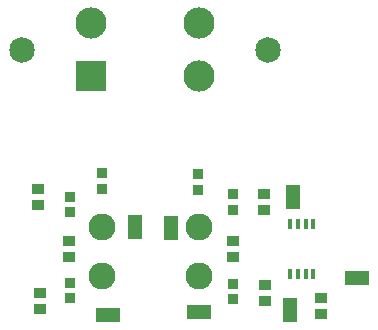
<source format=gbr>
%TF.GenerationSoftware,Altium Limited,Altium Designer,19.0.10 (269)*%
G04 Layer_Color=255*
%FSLAX26Y26*%
%MOIN*%
%TF.FileFunction,Pads,Bot*%
%TF.Part,Single*%
G01*
G75*
%TA.AperFunction,SMDPad,CuDef*%
%ADD10R,0.080709X0.045276*%
%ADD12R,0.016535X0.035000*%
%TA.AperFunction,ComponentPad*%
%ADD14C,0.090000*%
%ADD15C,0.103937*%
%ADD16C,0.085039*%
%ADD17R,0.103937X0.103937*%
%TA.AperFunction,SMDPad,CuDef*%
%ADD19R,0.045276X0.080709*%
%ADD20R,0.037402X0.033465*%
%ADD21R,0.039370X0.035433*%
D10*
X1229000Y75000D02*
D03*
X1755000Y188000D02*
D03*
X926000Y63000D02*
D03*
D12*
X1610386Y202106D02*
D03*
X1584795D02*
D03*
X1559205D02*
D03*
X1533614D02*
D03*
X1610386Y367894D02*
D03*
X1584795D02*
D03*
X1559205D02*
D03*
X1533614D02*
D03*
D14*
X905000Y358000D02*
D03*
Y193000D02*
D03*
X1230000Y358000D02*
D03*
Y193000D02*
D03*
D15*
X868945Y1036000D02*
D03*
X1228000D02*
D03*
Y860803D02*
D03*
D16*
X638472Y948323D02*
D03*
X1458551D02*
D03*
D17*
X868945Y860803D02*
D03*
D19*
X1016000Y356000D02*
D03*
X1135000Y354331D02*
D03*
X1531000Y82000D02*
D03*
X1542000Y456000D02*
D03*
D20*
X1344000Y117409D02*
D03*
Y168591D02*
D03*
Y415409D02*
D03*
Y466591D02*
D03*
X1226000Y533591D02*
D03*
Y482409D02*
D03*
X906000Y536591D02*
D03*
Y485409D02*
D03*
X798000Y170591D02*
D03*
Y119409D02*
D03*
X799000Y458591D02*
D03*
Y407409D02*
D03*
D21*
X1447000Y415425D02*
D03*
Y468575D02*
D03*
X1344000Y258425D02*
D03*
Y311575D02*
D03*
X1448000Y112425D02*
D03*
Y165575D02*
D03*
X1636000Y68425D02*
D03*
Y121575D02*
D03*
X698000Y137150D02*
D03*
Y84000D02*
D03*
X692000Y484575D02*
D03*
Y431425D02*
D03*
X797000Y309575D02*
D03*
Y256425D02*
D03*
%TF.MD5,2e7216a5d6d6e864089a666705dd7d1c*%
M02*

</source>
